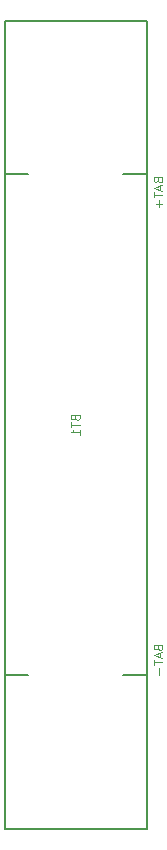
<source format=gbo>
G04 #@! TF.GenerationSoftware,KiCad,Pcbnew,5.1.5+dfsg1-2build2*
G04 #@! TF.CreationDate,2021-06-06T20:08:15-06:00*
G04 #@! TF.ProjectId,flicker_lamp,666c6963-6b65-4725-9f6c-616d702e6b69,rev?*
G04 #@! TF.SameCoordinates,Original*
G04 #@! TF.FileFunction,Legend,Bot*
G04 #@! TF.FilePolarity,Positive*
%FSLAX46Y46*%
G04 Gerber Fmt 4.6, Leading zero omitted, Abs format (unit mm)*
G04 Created by KiCad (PCBNEW 5.1.5+dfsg1-2build2) date 2021-06-06 20:08:15*
%MOMM*%
%LPD*%
G04 APERTURE LIST*
%ADD10C,0.125000*%
%ADD11C,0.150000*%
G04 APERTURE END LIST*
D10*
X81946428Y-96162142D02*
X81982142Y-96269285D01*
X82017857Y-96305000D01*
X82089285Y-96340714D01*
X82196428Y-96340714D01*
X82267857Y-96305000D01*
X82303571Y-96269285D01*
X82339285Y-96197857D01*
X82339285Y-95912142D01*
X81589285Y-95912142D01*
X81589285Y-96162142D01*
X81625000Y-96233571D01*
X81660714Y-96269285D01*
X81732142Y-96305000D01*
X81803571Y-96305000D01*
X81875000Y-96269285D01*
X81910714Y-96233571D01*
X81946428Y-96162142D01*
X81946428Y-95912142D01*
X82125000Y-96626428D02*
X82125000Y-96983571D01*
X82339285Y-96555000D02*
X81589285Y-96805000D01*
X82339285Y-97055000D01*
X81589285Y-97197857D02*
X81589285Y-97626428D01*
X82339285Y-97412142D02*
X81589285Y-97412142D01*
X82053571Y-97876428D02*
X82053571Y-98447857D01*
X82339285Y-98162142D02*
X81767857Y-98162142D01*
X81946428Y-135762142D02*
X81982142Y-135869285D01*
X82017857Y-135905000D01*
X82089285Y-135940714D01*
X82196428Y-135940714D01*
X82267857Y-135905000D01*
X82303571Y-135869285D01*
X82339285Y-135797857D01*
X82339285Y-135512142D01*
X81589285Y-135512142D01*
X81589285Y-135762142D01*
X81625000Y-135833571D01*
X81660714Y-135869285D01*
X81732142Y-135905000D01*
X81803571Y-135905000D01*
X81875000Y-135869285D01*
X81910714Y-135833571D01*
X81946428Y-135762142D01*
X81946428Y-135512142D01*
X82125000Y-136226428D02*
X82125000Y-136583571D01*
X82339285Y-136155000D02*
X81589285Y-136405000D01*
X82339285Y-136655000D01*
X81589285Y-136797857D02*
X81589285Y-137226428D01*
X82339285Y-137012142D02*
X81589285Y-137012142D01*
X82053571Y-137476428D02*
X82053571Y-138047857D01*
D11*
X81000000Y-138100000D02*
X79000000Y-138100000D01*
X71000000Y-138100000D02*
X69000000Y-138100000D01*
X71000000Y-95660000D02*
X69000000Y-95660000D01*
X81000000Y-95660000D02*
X79000000Y-95660000D01*
X81000000Y-82660000D02*
X69000000Y-82660000D01*
X69000000Y-151100000D02*
X81000000Y-151100000D01*
X81000000Y-151100000D02*
X81000000Y-82660000D01*
X69000000Y-82660000D02*
X69000000Y-151100000D01*
D10*
X74946428Y-116290714D02*
X74982142Y-116397857D01*
X75017857Y-116433571D01*
X75089285Y-116469285D01*
X75196428Y-116469285D01*
X75267857Y-116433571D01*
X75303571Y-116397857D01*
X75339285Y-116326428D01*
X75339285Y-116040714D01*
X74589285Y-116040714D01*
X74589285Y-116290714D01*
X74625000Y-116362142D01*
X74660714Y-116397857D01*
X74732142Y-116433571D01*
X74803571Y-116433571D01*
X74875000Y-116397857D01*
X74910714Y-116362142D01*
X74946428Y-116290714D01*
X74946428Y-116040714D01*
X74589285Y-116683571D02*
X74589285Y-117112142D01*
X75339285Y-116897857D02*
X74589285Y-116897857D01*
X75339285Y-117755000D02*
X75339285Y-117326428D01*
X75339285Y-117540714D02*
X74589285Y-117540714D01*
X74696428Y-117469285D01*
X74767857Y-117397857D01*
X74803571Y-117326428D01*
M02*

</source>
